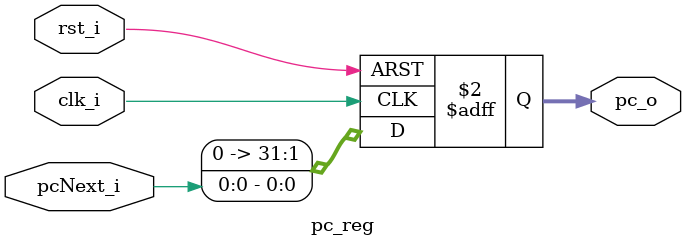
<source format=sv>
module pc_reg #(
    parameter DATA_WIDTH = 32
)(
    input logic                     clk_i,
    input logic                     rst_i,
    input logic                     pcNext_i,
    output logic [DATA_WIDTH-1:0]   pc_o
);

always_ff @(posedge clk_i, posedge rst_i) 
    if (rst_i) 
        pc_o <= '0;
    else 
        pc_o <= pcNext_i;

endmodule

</source>
